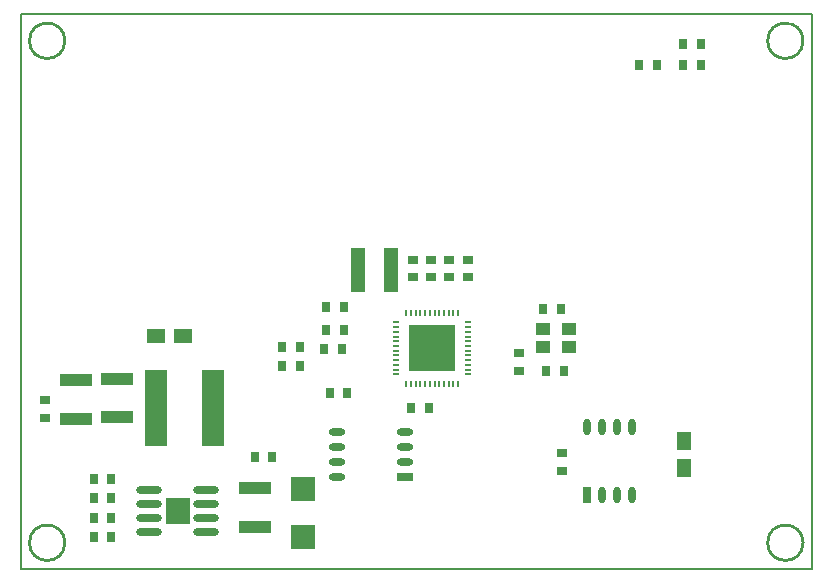
<source format=gtp>
%FSLAX25Y25*%
%MOIN*%
G70*
G01*
G75*
G04 Layer_Color=8421504*
%ADD10R,0.02756X0.03347*%
%ADD11R,0.04724X0.04331*%
%ADD12R,0.07874X0.07874*%
%ADD13O,0.08661X0.02362*%
%ADD14R,0.08071X0.09055*%
%ADD15O,0.05500X0.02500*%
%ADD16R,0.05500X0.02500*%
%ADD17R,0.04724X0.14567*%
%ADD18R,0.07559X0.25590*%
%ADD19R,0.06000X0.05000*%
%ADD20R,0.10630X0.03937*%
%ADD21O,0.00787X0.02559*%
%ADD22O,0.02559X0.00787*%
%ADD23R,0.15748X0.15748*%
%ADD24R,0.03347X0.02756*%
%ADD25O,0.02500X0.05500*%
%ADD26R,0.02500X0.05500*%
%ADD27R,0.05000X0.06000*%
%ADD28C,0.03000*%
%ADD29C,0.05000*%
%ADD30C,0.00600*%
%ADD31C,0.00800*%
%ADD32C,0.02000*%
%ADD33C,0.01000*%
%ADD34C,0.01500*%
%ADD35C,0.04000*%
%ADD36R,0.07284X0.19685*%
%ADD37R,0.06800X0.04000*%
%ADD38C,0.00500*%
%ADD39O,0.04724X0.06299*%
%ADD40R,0.04724X0.06299*%
%ADD41C,0.08661*%
%ADD42C,0.03150*%
%ADD43O,0.05906X0.09843*%
%ADD44R,0.05906X0.09843*%
%ADD45C,0.04724*%
%ADD46O,0.09252X0.07087*%
%ADD47O,0.05315X0.12205*%
%ADD48R,0.13386X0.04724*%
%ADD49R,0.04724X0.13386*%
%ADD50C,0.03000*%
%ADD51C,0.04000*%
%ADD52C,0.02000*%
%ADD53C,0.02598*%
%ADD54R,0.02362X0.02362*%
%ADD55R,0.15000X0.11400*%
%ADD56C,0.00984*%
%ADD57C,0.00394*%
%ADD58C,0.00591*%
%ADD59C,0.00787*%
D10*
X107700Y-97700D02*
D03*
X101795D02*
D03*
X93100Y-117200D02*
D03*
X87195D02*
D03*
X87200Y-110800D02*
D03*
X93106D02*
D03*
X226761Y-16822D02*
D03*
X220855D02*
D03*
X174094Y-98300D02*
D03*
X180000D02*
D03*
X175094Y-118800D02*
D03*
X181000D02*
D03*
X101295Y-111500D02*
D03*
X107200D02*
D03*
X101795Y-105200D02*
D03*
X107700D02*
D03*
X102995Y-126300D02*
D03*
X108900D02*
D03*
X136005Y-131200D02*
D03*
X130100D02*
D03*
X226706Y-9900D02*
D03*
X220800D02*
D03*
X206300Y-16800D02*
D03*
X212206D02*
D03*
X24362Y-174338D02*
D03*
X30268D02*
D03*
X30268Y-161405D02*
D03*
X24362D02*
D03*
X83906Y-147500D02*
D03*
X78000D02*
D03*
X24362Y-154938D02*
D03*
X30268D02*
D03*
X30268Y-167871D02*
D03*
X24362D02*
D03*
D11*
X174169Y-104947D02*
D03*
X182831D02*
D03*
X174169Y-110853D02*
D03*
X182831D02*
D03*
D12*
X94000Y-158352D02*
D03*
Y-174100D02*
D03*
D13*
X61910Y-172724D02*
D03*
Y-168000D02*
D03*
Y-163276D02*
D03*
Y-158551D02*
D03*
X42815Y-172724D02*
D03*
Y-168000D02*
D03*
Y-163276D02*
D03*
Y-158551D02*
D03*
D14*
X52362Y-165638D02*
D03*
D15*
X128000Y-149100D02*
D03*
X105362D02*
D03*
X128000Y-139100D02*
D03*
Y-144100D02*
D03*
X105362Y-139100D02*
D03*
Y-154100D02*
D03*
Y-144100D02*
D03*
D16*
X128000Y-154100D02*
D03*
D17*
X123624Y-85200D02*
D03*
X112600D02*
D03*
D18*
X45024Y-131100D02*
D03*
X64000D02*
D03*
D19*
X54000Y-107100D02*
D03*
X45000D02*
D03*
D20*
X78000Y-170795D02*
D03*
Y-158000D02*
D03*
X18500Y-122005D02*
D03*
Y-134800D02*
D03*
X32000Y-121605D02*
D03*
Y-134400D02*
D03*
D21*
X128539Y-99490D02*
D03*
X130113D02*
D03*
X131688D02*
D03*
X133263D02*
D03*
X134838D02*
D03*
X136413D02*
D03*
X137987D02*
D03*
X139562D02*
D03*
X141137D02*
D03*
X142712D02*
D03*
X144287D02*
D03*
X145861D02*
D03*
Y-123309D02*
D03*
X144287D02*
D03*
X142712D02*
D03*
X141137D02*
D03*
X139562D02*
D03*
X137987D02*
D03*
X136413D02*
D03*
X134838D02*
D03*
X133263D02*
D03*
X131688D02*
D03*
X130113D02*
D03*
X128539D02*
D03*
D22*
X149109Y-102739D02*
D03*
Y-104313D02*
D03*
Y-105888D02*
D03*
Y-107463D02*
D03*
Y-109038D02*
D03*
Y-110613D02*
D03*
Y-112187D02*
D03*
Y-113762D02*
D03*
Y-115337D02*
D03*
Y-116912D02*
D03*
Y-118487D02*
D03*
Y-120061D02*
D03*
X125291D02*
D03*
Y-118487D02*
D03*
Y-116912D02*
D03*
Y-115337D02*
D03*
Y-113762D02*
D03*
Y-112187D02*
D03*
Y-110613D02*
D03*
Y-109038D02*
D03*
Y-107463D02*
D03*
Y-105888D02*
D03*
Y-104313D02*
D03*
Y-102739D02*
D03*
D23*
X137200Y-111400D02*
D03*
D24*
X180600Y-152206D02*
D03*
Y-146300D02*
D03*
X142967Y-81795D02*
D03*
Y-87700D02*
D03*
X8200Y-128694D02*
D03*
Y-134600D02*
D03*
X149000Y-87700D02*
D03*
Y-81795D02*
D03*
X136933Y-87700D02*
D03*
Y-81795D02*
D03*
X130900Y-87700D02*
D03*
Y-81795D02*
D03*
X166200Y-112900D02*
D03*
Y-118806D02*
D03*
D25*
X193800Y-160200D02*
D03*
Y-137562D02*
D03*
X203800Y-160200D02*
D03*
X198800D02*
D03*
X203800Y-137562D02*
D03*
X188800D02*
D03*
X198800D02*
D03*
D26*
X188800Y-160200D02*
D03*
D27*
X221000Y-142400D02*
D03*
Y-151400D02*
D03*
D33*
X14764Y-8858D02*
G03*
X14764Y-8858I-5906J0D01*
G01*
Y-176181D02*
G03*
X14764Y-176181I-5906J0D01*
G01*
X260827Y-8858D02*
G03*
X260827Y-8858I-5906J0D01*
G01*
Y-176181D02*
G03*
X260827Y-176181I-5906J0D01*
G01*
D38*
X0Y0D02*
X263779D01*
X0Y-185039D02*
Y0D01*
X263779Y-185039D02*
Y0D01*
X0Y-185039D02*
X263779D01*
M02*

</source>
